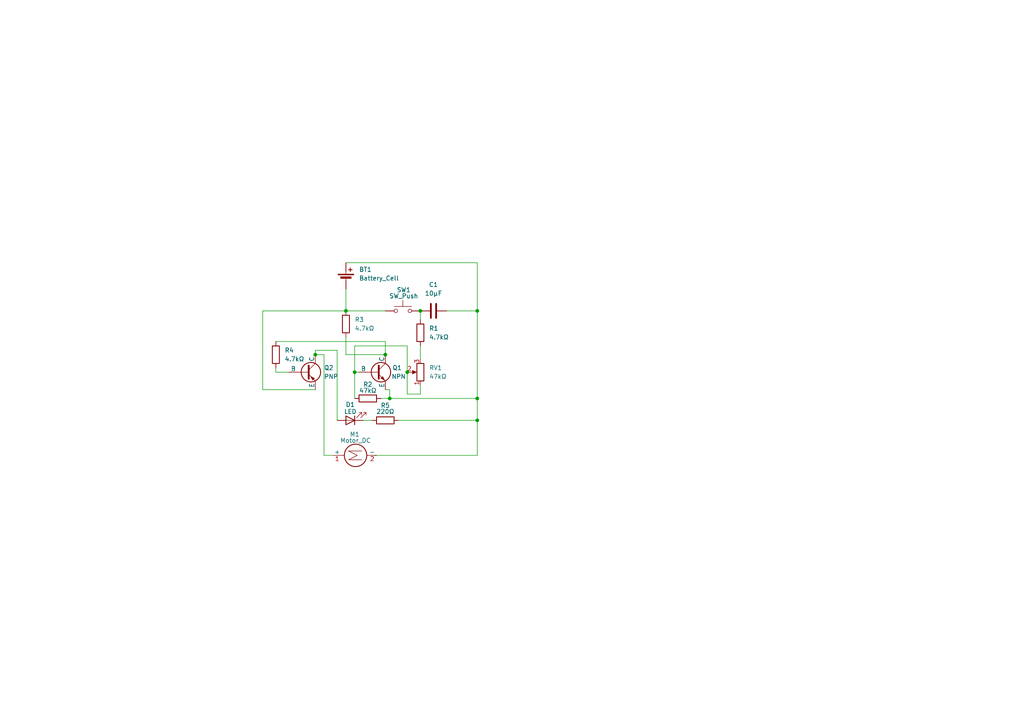
<source format=kicad_sch>
(kicad_sch (version 20250114) (generator "eeschema") (generator_version "9.0")
  (paper "A4")
  (lib_symbols
    (symbol "Device:Battery_Cell" (pin_numbers (hide yes)) (pin_names (offset 0) (hide yes))
      (property "Reference" "BT" (at 2.54 2.54 0))
      (property "Value" "Battery_Cell" (at 2.54 0 0))
      (symbol "Battery_Cell_0_1"
        (rectangle (start -2.286 1.778) (end 2.286 1.524) (fill (type outline)))
        (rectangle (start -1.524 1.016) (end 1.524 0.508) (fill (type outline)))
        (polyline (pts (xy 0 1.778) (xy 0 2.54)))
        (polyline (pts (xy 0 0.762) (xy 0 0)))
        (polyline (pts (xy 0.762 3.048) (xy 1.778 3.048)) (stroke (width 0.254)))
        (polyline (pts (xy 1.27 3.556) (xy 1.27 2.54)) (stroke (width 0.254)))
      )
      (symbol "Battery_Cell_1_1"
        (pin passive line (at 0 5.08 270) (length 2.54) (name "+") (number "1"))
        (pin passive line (at 0 -2.54 90) (length 2.54) (name "-") (number "2"))
      )
    )
    (symbol "Device:C" (pin_numbers (hide yes)) (pin_names (offset 0.254))
      (property "Reference" "C" (at 0.635 2.54 0))
      (property "Value" "C" (at 0.635 -2.54 0))
      (symbol "C_0_1"
        (polyline (pts (xy -2.032 0.762) (xy 2.032 0.762)) (stroke (width 0.508)))
        (polyline (pts (xy -2.032 -0.762) (xy 2.032 -0.762)) (stroke (width 0.508)))
      )
      (symbol "C_1_1"
        (pin passive line (at 0 3.81 270) (length 2.794) (name "~") (number "1"))
        (pin passive line (at 0 -3.81 90) (length 2.794) (name "~") (number "2"))
      )
    )
    (symbol "Device:LED" (pin_numbers (hide yes)) (pin_names (offset 1.016) (hide yes))
      (property "Reference" "D" (at 0 2.54 0))
      (property "Value" "LED" (at 0 -2.54 0))
      (symbol "LED_0_1"
        (polyline (pts (xy -3.048 -0.762) (xy -4.572 -2.286) (xy -3.81 -2.286) (xy -4.572 -2.286) (xy -4.572 -1.524)))
        (polyline (pts (xy -1.778 -0.762) (xy -3.302 -2.286) (xy -2.54 -2.286) (xy -3.302 -2.286) (xy -3.302 -1.524)))
        (polyline (pts (xy -1.27 0) (xy 1.27 0)))
        (polyline (pts (xy -1.27 -1.27) (xy -1.27 1.27)) (stroke (width 0.254)))
        (polyline (pts (xy 1.27 -1.27) (xy 1.27 1.27) (xy -1.27 0) (xy 1.27 -1.27)) (stroke (width 0.254)))
      )
      (symbol "LED_1_1"
        (pin passive line (at -3.81 0 0) (length 2.54) (name "K") (number "1"))
        (pin passive line (at 3.81 0 180) (length 2.54) (name "A") (number "2"))
      )
    )
    (symbol "Device:R" (pin_numbers (hide yes)) (pin_names (offset 0))
      (property "Reference" "R" (at 2.032 0 90))
      (property "Value" "R" (at 0 0 90))
      (symbol "R_0_1"
        (rectangle (start -1.016 -2.54) (end 1.016 2.54) (stroke (width 0.254)))
      )
      (symbol "R_1_1"
        (pin passive line (at 0 3.81 270) (length 1.27) (name "~") (number "1"))
        (pin passive line (at 0 -3.81 90) (length 1.27) (name "~") (number "2"))
      )
    )
    (symbol "Device:R_Potentiometer" (pin_names (offset 1.016) (hide yes))
      (property "Reference" "RV" (at -4.445 0 90))
      (property "Value" "R_Potentiometer" (at -2.54 0 90))
      (symbol "R_Potentiometer_0_1"
        (rectangle (start 1.016 2.54) (end -1.016 -2.54) (stroke (width 0.254)))
        (polyline (pts (xy 1.143 0) (xy 2.286 0.508) (xy 2.286 -0.508) (xy 1.143 0)) (fill (type outline)))
        (polyline (pts (xy 2.54 0) (xy 1.524 0)))
      )
      (symbol "R_Potentiometer_1_1"
        (pin passive line (at 0 3.81 270) (length 1.27) (name "1") (number "1"))
        (pin passive line (at 0 -3.81 90) (length 1.27) (name "3") (number "3"))
        (pin passive line (at 3.81 0 180) (length 1.27) (name "2") (number "2"))
      )
    )
    (symbol "Motor:Motor_DC" (pin_names (offset 0))
      (property "Reference" "M" (at 2.54 2.54 0))
      (property "Value" "Motor_DC" (at 2.54 -5.08 0))
      (symbol "Motor_DC_0_0"
        (polyline (pts (xy -1.27 -3.302) (xy -1.27 0.508) (xy 0 -2.032) (xy 1.27 0.508) (xy 1.27 -3.302)))
      )
      (symbol "Motor_DC_0_1"
        (polyline (pts (xy 0 2.032) (xy 0 2.54)))
        (polyline (pts (xy 0 1.7272) (xy 0 2.0828)))
        (circle (center 0 -1.524) (radius 3.2512) (stroke (width 0.254)))
        (polyline (pts (xy 0 -4.7752) (xy 0 -5.1816)))
        (polyline (pts (xy 0 -7.62) (xy 0 -7.112)))
      )
      (symbol "Motor_DC_1_1"
        (pin passive line (at 0 5.08 270) (length 2.54) (name "+") (number "1"))
        (pin passive line (at 0 -7.62 90) (length 2.54) (name "-") (number "2"))
      )
    )
    (symbol "Simulation_SPICE:NPN" (pin_numbers (hide yes)) (pin_names (offset 0))
      (property "Reference" "Q" (at -2.54 7.62 0))
      (property "Value" "NPN" (at -2.54 5.08 0))
      (symbol "NPN_0_1"
        (polyline (pts (xy -2.54 0) (xy 0.635 0)) (stroke (width 0.1524)))
        (polyline (pts (xy 0.635 1.905) (xy 0.635 -1.905) (xy 0.635 -1.905)) (stroke (width 0.508)))
        (polyline (pts (xy 0.635 0.635) (xy 2.54 2.54)))
        (polyline (pts (xy 0.635 -0.635) (xy 2.54 -2.54) (xy 2.54 -2.54)))
        (circle (center 1.27 0) (radius 2.8194) (stroke (width 0.254)))
        (polyline (pts (xy 1.27 -1.778) (xy 1.778 -1.27) (xy 2.286 -2.286) (xy 1.27 -1.778) (xy 1.27 -1.778)) (fill (type outline)))
        (polyline (pts (xy 2.794 -1.27) (xy 2.794 -1.27)) (stroke (width 0.1524)))
        (polyline (pts (xy 2.794 -1.27) (xy 2.794 -1.27)) (stroke (width 0.1524)))
      )
      (symbol "NPN_1_1"
        (pin input line (at -5.08 0 0) (length 2.54) (name "B") (number "2"))
        (pin open_collector line (at 2.54 5.08 270) (length 2.54) (name "C") (number "1"))
        (pin open_emitter line (at 2.54 -5.08 90) (length 2.54) (name "E") (number "3"))
      )
    )
    (symbol "Simulation_SPICE:PNP" (pin_numbers (hide yes)) (pin_names (offset 0))
      (property "Reference" "Q" (at -2.54 7.62 0))
      (property "Value" "PNP" (at -2.54 5.08 0))
      (symbol "PNP_0_1"
        (polyline (pts (xy -2.54 0) (xy 0.635 0)) (stroke (width 0.1524)))
        (polyline (pts (xy 0.635 1.905) (xy 0.635 -1.905) (xy 0.635 -1.905)) (stroke (width 0.508)))
        (polyline (pts (xy 0.635 0.635) (xy 2.54 2.54)))
        (polyline (pts (xy 0.635 -0.635) (xy 2.54 -2.54) (xy 2.54 -2.54)))
        (circle (center 1.27 0) (radius 2.8194) (stroke (width 0.254)))
        (polyline (pts (xy 2.286 -1.778) (xy 1.778 -2.286) (xy 1.27 -1.27) (xy 2.286 -1.778) (xy 2.286 -1.778)) (fill (type outline)))
      )
      (symbol "PNP_1_1"
        (pin input line (at -5.08 0 0) (length 2.54) (name "B") (number "2"))
        (pin open_collector line (at 2.54 5.08 270) (length 2.54) (name "C") (number "1"))
        (pin open_emitter line (at 2.54 -5.08 90) (length 2.54) (name "E") (number "3"))
      )
    )
    (symbol "Switch:SW_Push" (pin_numbers (hide yes)) (pin_names (offset 1.016) (hide yes))
      (property "Reference" "SW" (at 1.27 2.54 0))
      (property "Value" "SW_Push" (at 0 -1.524 0))
      (symbol "SW_Push_0_1"
        (circle (center -2.032 0) (radius 0.508))
        (polyline (pts (xy 0 1.27) (xy 0 3.048)))
        (circle (center 2.032 0) (radius 0.508))
        (polyline (pts (xy 2.54 1.27) (xy -2.54 1.27)))
        (pin passive line (at -5.08 0 0) (length 2.54) (name "1") (number "1"))
        (pin passive line (at 5.08 0 180) (length 2.54) (name "2") (number "2"))
      )
    )
  )
  (junction (at 121.92 90.17))
  (junction (at 100.33 90.17))
  (junction (at 138.43 121.92))
  (junction (at 113.03 115.57))
  (junction (at 138.43 115.57))
  (junction (at 111.76 102.87))
  (junction (at 102.87 107.95))
  (junction (at 118.11 107.95))
  (junction (at 138.43 90.17))
  (junction (at 91.44 102.87))
  (wire (pts (xy 80.01 107.95) (xy 83.82 107.95)))
  (wire (pts (xy 111.76 102.87) (xy 100.33 102.87)))
  (wire (pts (xy 138.43 90.17) (xy 138.43 115.57)))
  (wire (pts (xy 121.92 111.76) (xy 121.92 114.3)))
  (wire (pts (xy 110.49 115.57) (xy 113.03 115.57)))
  (wire (pts (xy 105.41 121.92) (xy 107.95 121.92)))
  (wire (pts (xy 93.98 132.08) (xy 96.52 132.08)))
  (wire (pts (xy 93.98 102.87) (xy 93.98 132.08)))
  (wire (pts (xy 113.03 113.03) (xy 113.03 115.57)))
  (wire (pts (xy 109.22 132.08) (xy 138.43 132.08)))
  (wire (pts (xy 104.14 107.95) (xy 102.87 107.95)))
  (wire (pts (xy 138.43 76.2) (xy 100.33 76.2)))
  (wire (pts (xy 76.2 113.03) (xy 91.44 113.03)))
  (wire (pts (xy 100.33 90.17) (xy 111.76 90.17)))
  (wire (pts (xy 121.92 114.3) (xy 118.11 114.3)))
  (wire (pts (xy 91.44 101.6) (xy 97.79 101.6)))
  (wire (pts (xy 129.54 90.17) (xy 138.43 90.17)))
  (wire (pts (xy 97.79 101.6) (xy 97.79 121.92)))
  (wire (pts (xy 111.76 102.87) (xy 111.76 99.06)))
  (wire (pts (xy 76.2 90.17) (xy 100.33 90.17)))
  (wire (pts (xy 121.92 100.33) (xy 121.92 104.14)))
  (wire (pts (xy 91.44 102.87) (xy 93.98 102.87)))
  (wire (pts (xy 76.2 90.17) (xy 76.2 113.03)))
  (wire (pts (xy 138.43 121.92) (xy 138.43 132.08)))
  (wire (pts (xy 100.33 102.87) (xy 100.33 97.79)))
  (wire (pts (xy 115.57 121.92) (xy 138.43 121.92)))
  (wire (pts (xy 138.43 90.17) (xy 138.43 76.2)))
  (wire (pts (xy 118.11 100.33) (xy 102.87 100.33)))
  (wire (pts (xy 102.87 100.33) (xy 102.87 107.95)))
  (wire (pts (xy 113.03 115.57) (xy 138.43 115.57)))
  (wire (pts (xy 138.43 115.57) (xy 138.43 121.92)))
  (wire (pts (xy 91.44 101.6) (xy 91.44 102.87)))
  (wire (pts (xy 118.11 107.95) (xy 118.11 100.33)))
  (wire (pts (xy 80.01 106.68) (xy 80.01 107.95)))
  (wire (pts (xy 118.11 114.3) (xy 118.11 107.95)))
  (wire (pts (xy 121.92 92.71) (xy 121.92 90.17)))
  (wire (pts (xy 100.33 83.82) (xy 100.33 90.17)))
  (wire (pts (xy 111.76 113.03) (xy 113.03 113.03)))
  (wire (pts (xy 102.87 107.95) (xy 102.87 115.57)))
  (wire (pts (xy 111.76 99.06) (xy 80.01 99.06)))
  (symbol (lib_id "Device:R_Potentiometer") (at 121.92 107.95 180) (unit 1)
    (property "Reference" "RV1" (at 124.46 106.6799 0) (effects (justify right)))
    (property "Value" "47kΩ" (at 124.46 109.2199 0) (effects (justify right)))
    (property "Footprint" "Potentiometer_THT:Potentiometer_Vishay_T73YP_Vertical" (effects (hide yes)))
    (property "Description" "Potentiometer" (effects (hide yes)))
  )
  (symbol (lib_id "Motor:Motor_DC") (at 101.6 132.08 90) (unit 1)
    (property "Reference" "M1" (at 102.87 125.984 90))
    (property "Value" "Motor_DC" (at 103.124 127.762 90))
    (property "Footprint" "Connector_PinHeader_2.54mm:PinHeader_1x02_P2.54mm_Vertical" (effects (hide yes)))
    (property "Description" "DC Motor" (effects (hide yes)))
  )
  (symbol (lib_id "Device:C") (at 125.73 90.17 90) (unit 1)
    (property "Reference" "C1" (at 125.73 82.55 90))
    (property "Value" "10µF" (at 125.73 85.09 90))
    (property "Footprint" "Capacitor_THT:CP_Radial_D8.0mm_P5.00mm" (effects (hide yes)))
    (property "Description" "Unpolarized capacitor" (effects (hide yes)))
  )
  (symbol (lib_id "Device:R") (at 80.01 102.87 0) (unit 1)
    (property "Reference" "R4" (at 82.55 101.5999 0) (effects (justify left)))
    (property "Value" "4.7kΩ" (at 82.55 104.1399 0) (effects (justify left)))
    (property "Footprint" "Resistor_THT:R_Axial_DIN0207_L6.3mm_D2.5mm_P7.62mm_Horizontal" (effects (hide yes)))
    (property "Description" "Resistor" (effects (hide yes)))
  )
  (symbol (lib_id "Device:R") (at 111.76 121.92 90) (unit 1)
    (property "Reference" "R5" (at 111.76 117.602 90))
    (property "Value" "220Ω" (at 111.76 119.38 90))
    (property "Footprint" "Resistor_THT:R_Axial_DIN0207_L6.3mm_D2.5mm_P7.62mm_Horizontal" (effects (hide yes)))
    (property "Description" "Resistor" (effects (hide yes)))
  )
  (symbol (lib_id "Device:LED") (at 101.6 121.92 180) (unit 1)
    (property "Reference" "D1" (at 101.6 117.348 0))
    (property "Value" "LED" (at 101.6 119.38 0))
    (property "Footprint" "LED_THT:LED_D5.0mm" (effects (hide yes)))
    (property "Description" "Light emitting diode" (effects (hide yes)))
    (property "Sim.Pins" "1=K 2=A" (effects (hide yes)))
  )
  (symbol (lib_id "Device:R") (at 106.68 115.57 90) (unit 1)
    (property "Reference" "R2" (at 106.68 111.506 90))
    (property "Value" "47kΩ" (at 106.68 113.284 90))
    (property "Footprint" "Resistor_THT:R_Axial_DIN0207_L6.3mm_D2.5mm_P7.62mm_Horizontal" (effects (hide yes)))
    (property "Description" "Resistor" (effects (hide yes)))
  )
  (symbol (lib_id "Simulation_SPICE:NPN") (at 109.22 107.95 0) (unit 1)
    (property "Reference" "Q1" (at 113.792 106.68 0) (effects (justify left)))
    (property "Value" "NPN" (at 113.538 109.22 0) (effects (justify left)))
    (property "Footprint" "Package_TO_SOT_THT:TO-92L_HandSolder" (effects (hide yes)))
    (property "Datasheet" "https://ngspice.sourceforge.io/docs/ngspice-html-manual/manual.xhtml#cha_BJTs" (effects (hide yes)))
    (property "Description" "Bipolar transistor symbol for simulation only, substrate tied to the emitter" (effects (hide yes)))
    (property "Sim.Device" "NPN" (effects (hide yes)))
    (property "Sim.Type" "GUMMELPOON" (effects (hide yes)))
    (property "Sim.Pins" "1=C 2=B 3=E" (effects (hide yes)))
  )
  (symbol (lib_id "Switch:SW_Push") (at 116.84 90.17 0) (unit 1)
    (property "Reference" "SW1" (at 117.094 84.074 0))
    (property "Value" "SW_Push" (at 117.094 85.852 0))
    (property "Footprint" "Button_Switch_THT:SW_PUSH_6mm" (effects (hide yes)))
    (property "Description" "Push button switch, generic, two pins" (effects (hide yes)))
  )
  (symbol (lib_id "Device:R") (at 121.92 96.52 0) (unit 1)
    (property "Reference" "R1" (at 124.46 95.2499 0) (effects (justify left)))
    (property "Value" "4.7kΩ" (at 124.46 97.7899 0) (effects (justify left)))
    (property "Footprint" "Resistor_THT:R_Axial_DIN0207_L6.3mm_D2.5mm_P7.62mm_Horizontal" (effects (hide yes)))
    (property "Description" "Resistor" (effects (hide yes)))
  )
  (symbol (lib_id "Device:R") (at 100.33 93.98 0) (unit 1)
    (property "Reference" "R3" (at 102.87 92.7099 0) (effects (justify left)))
    (property "Value" "4.7kΩ" (at 102.87 95.2499 0) (effects (justify left)))
    (property "Footprint" "Resistor_THT:R_Axial_DIN0207_L6.3mm_D2.5mm_P7.62mm_Horizontal" (effects (hide yes)))
    (property "Description" "Resistor" (effects (hide yes)))
  )
  (symbol (lib_id "Simulation_SPICE:PNP") (at 88.9 107.95 0) (unit 1)
    (property "Reference" "Q2" (at 93.98 106.6799 0) (effects (justify left)))
    (property "Value" "PNP" (at 93.98 109.2199 0) (effects (justify left)))
    (property "Footprint" "Package_TO_SOT_THT:TO-92L_HandSolder" (effects (hide yes)))
    (property "Datasheet" "https://ngspice.sourceforge.io/docs/ngspice-html-manual/manual.xhtml#cha_BJTs" (effects (hide yes)))
    (property "Description" "Bipolar transistor symbol for simulation only, substrate tied to the emitter" (effects (hide yes)))
    (property "Sim.Device" "PNP" (effects (hide yes)))
    (property "Sim.Type" "GUMMELPOON" (effects (hide yes)))
    (property "Sim.Pins" "1=C 2=B 3=E" (effects (hide yes)))
  )
  (symbol (lib_id "Device:Battery_Cell") (at 100.33 81.28 0) (unit 1)
    (property "Reference" "BT1" (at 104.14 78.1684 0) (effects (justify left)))
    (property "Value" "Battery_Cell" (at 104.14 80.7084 0) (effects (justify left)))
    (property "Footprint" "Battery:BatteryHolder_Keystone_3034_1x20mm" (effects (hide yes)))
    (property "Description" "Single-cell battery" (effects (hide yes)))
  )
)
</source>
